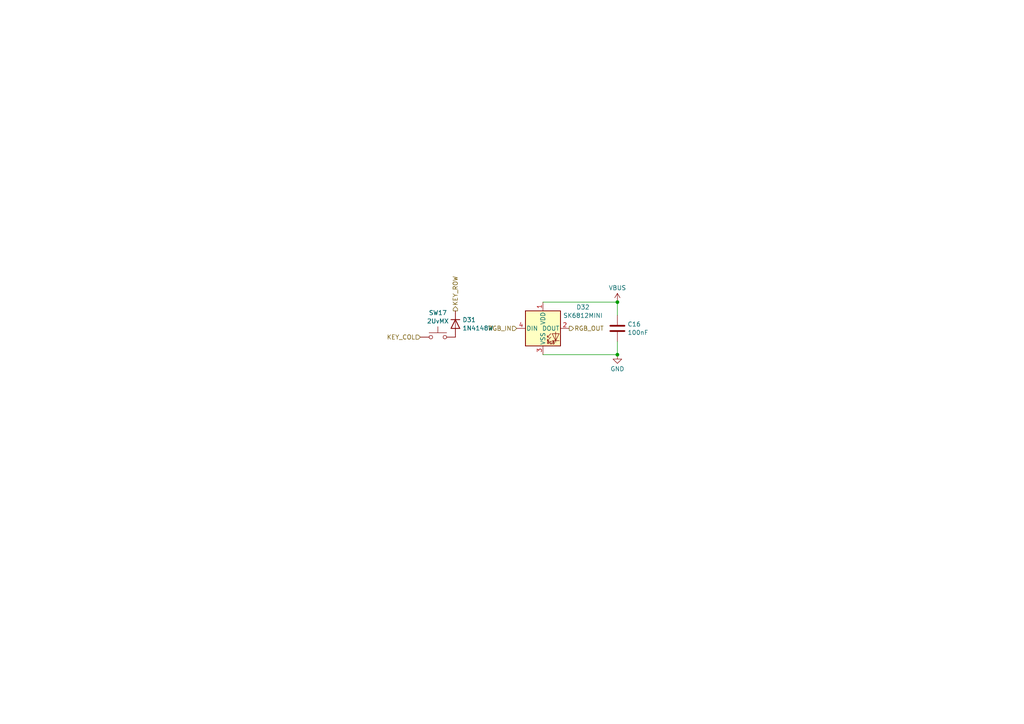
<source format=kicad_sch>
(kicad_sch (version 20231120) (generator "eeschema") (generator_version "8.0")
  (paper "A4")
  (lib_symbols
    (symbol "DecentUSB_Library:SK6812MINI" (pin_names (offset 0.254))
      (property "Reference" "D" (at 5.08 5.715 0))
      (property "Value" "SK6812MINI" (at 1.27 -5.715 0))
      (symbol "SK6812MINI_0_0"
        (text "RGB" (at 2.286 -4.191 0) (effects (font (size 0.762 0.762))))
      )
      (symbol "SK6812MINI_0_1"
        (polyline (pts (xy 1.27 -3.556) (xy 1.778 -3.556)))
        (polyline (pts (xy 1.27 -2.54) (xy 1.778 -2.54)))
        (polyline (pts (xy 4.699 -3.556) (xy 2.667 -3.556)))
        (polyline (pts (xy 2.286 -2.54) (xy 1.27 -3.556) (xy 1.27 -3.048)))
        (polyline (pts (xy 2.286 -1.524) (xy 1.27 -2.54) (xy 1.27 -2.032)))
        (polyline (pts (xy 3.683 -1.016) (xy 3.683 -3.556) (xy 3.683 -4.064)))
        (polyline (pts (xy 4.699 -1.524) (xy 2.667 -1.524) (xy 3.683 -3.556) (xy 4.699 -1.524)))
        (rectangle (start 5.08 5.08) (end -5.08 -5.08) (stroke (width 0.254)) (fill (type background)))
      )
      (symbol "SK6812MINI_1_1"
        (pin power_in line (at 0 7.62 270) (length 2.54) (name "VDD") (number "1"))
        (pin output line (at 7.62 0 180) (length 2.54) (name "DOUT") (number "2"))
        (pin power_in line (at 0 -7.62 90) (length 2.54) (name "VSS") (number "3"))
        (pin input line (at -7.62 0 0) (length 2.54) (name "DIN") (number "4"))
      )
    )
    (symbol "Device:C" (pin_numbers hide) (pin_names (offset 0.254))
      (property "Reference" "C" (at 0.635 2.54 0))
      (property "Value" "C" (at 0.635 -2.54 0))
      (symbol "C_0_1"
        (polyline (pts (xy -2.032 -0.762) (xy 2.032 -0.762)) (stroke (width 0.508)))
        (polyline (pts (xy -2.032 0.762) (xy 2.032 0.762)) (stroke (width 0.508)))
      )
      (symbol "C_1_1"
        (pin passive line (at 0 3.81 270) (length 2.794) (name "~") (number "1"))
        (pin passive line (at 0 -3.81 90) (length 2.794) (name "~") (number "2"))
      )
    )
    (symbol "Device:D" (pin_numbers hide) (pin_names (offset 1.016) hide)
      (property "Reference" "D" (at 0 2.54 0))
      (property "Value" "D" (at 0 -2.54 0))
      (symbol "D_0_1"
        (polyline (pts (xy -1.27 1.27) (xy -1.27 -1.27)) (stroke (width 0.254)))
        (polyline (pts (xy 1.27 0) (xy -1.27 0)))
        (polyline (pts (xy 1.27 1.27) (xy 1.27 -1.27) (xy -1.27 0) (xy 1.27 1.27)) (stroke (width 0.254)))
      )
      (symbol "D_1_1"
        (pin passive line (at -3.81 0 0) (length 2.54) (name "K") (number "1"))
        (pin passive line (at 3.81 0 180) (length 2.54) (name "A") (number "2"))
      )
    )
    (symbol "Switch:SW_Push" (pin_numbers hide) (pin_names (offset 1.016) hide)
      (property "Reference" "SW" (at 1.27 2.54 0))
      (property "Value" "SW_Push" (at 0 -1.524 0))
      (symbol "SW_Push_0_1"
        (circle (center -2.032 0) (radius 0.508))
        (polyline (pts (xy 0 1.27) (xy 0 3.048)))
        (polyline (pts (xy 2.54 1.27) (xy -2.54 1.27)))
        (circle (center 2.032 0) (radius 0.508))
        (pin passive line (at -5.08 0 0) (length 2.54) (name "1") (number "1"))
        (pin passive line (at 5.08 0 180) (length 2.54) (name "2") (number "2"))
      )
    )
    (symbol "power:GND" (power) (pin_numbers hide) (pin_names (offset 0) hide)
      (property "Value" "GND" (at 0 -3.81 0))
      (symbol "GND_0_1"
        (polyline (pts (xy 0 0) (xy 0 -1.27) (xy 1.27 -1.27) (xy 0 -2.54) (xy -1.27 -1.27) (xy 0 -1.27)))
      )
      (symbol "GND_1_1"
        (pin power_in line (at 0 0 270) (length 0) (name "~") (number "1"))
      )
    )
    (symbol "power:VBUS" (power) (pin_numbers hide) (pin_names (offset 0) hide)
      (property "Value" "VBUS" (at 0 3.556 0))
      (symbol "VBUS_0_1"
        (polyline (pts (xy -0.762 1.27) (xy 0 2.54)))
        (polyline (pts (xy 0 0) (xy 0 2.54)))
        (polyline (pts (xy 0 2.54) (xy 0.762 1.27)))
      )
      (symbol "VBUS_1_1"
        (pin power_in line (at 0 0 90) (length 0) (name "~") (number "1"))
      )
    )
  )
  (junction (at 179.07 87.63))
  (junction (at 179.07 102.87))
  (wire (pts (xy 179.07 102.87) (xy 157.48 102.87)))
  (wire (pts (xy 179.07 87.63) (xy 179.07 91.44)))
  (wire (pts (xy 157.48 87.63) (xy 179.07 87.63)))
  (wire (pts (xy 179.07 99.06) (xy 179.07 102.87)))
  (hierarchical_label "KEY_ROW" (shape output) (at 132.08 90.17 90))
  (hierarchical_label "KEY_COL" (shape input) (at 121.92 97.79 180))
  (hierarchical_label "RGB_OUT" (shape output) (at 165.1 95.25 0))
  (hierarchical_label "RGB_IN" (shape input) (at 149.86 95.25 180))
  (symbol (lib_id "Device:D") (at 132.08 93.98 270) (unit 1)
    (property "Reference" "D31" (at 134.112 92.7678 90) (effects (justify left)))
    (property "Value" "1N4148W" (at 134.112 95.1921 90) (effects (justify left)))
    (property "Footprint" "DecenTKL:D_SOD-123" (effects (hide yes)))
    (property "Description" "Diode" (effects (hide yes)))
    (property "Sim.Device" "D" (effects (hide yes)))
    (property "Sim.Pins" "1=K 2=A" (effects (hide yes)))
    (property "JLCPCB Part #" "C181134" (effects (hide yes)))
    (instances (project "DecentNumPad" (path "" (reference "D31") (unit 1)) (path "" (reference "D13") (unit 1))))
  )
  (symbol (lib_id "power:GND") (at 179.07 102.87 0) (unit 1)
    (property "Reference" "#PWR068" (effects (hide yes)))
    (property "Value" "GND" (at 179.07 107.0031 0))
    (property "Description" "Power symbol creates a global label with name \"GND\" , ground" (effects (hide yes)))
    (instances (project "" (path "" (reference "#PWR068") (unit 1)) (path "" (reference "#PWR061") (unit 1)) (path "" (reference "#PWR057") (unit 1)) (path "" (reference "#PWR062") (unit 1)) (path "" (reference "#PWR064") (unit 1)) (path "" (reference "#PWR058") (unit 1)) (path "" (reference "#PWR070") (unit 1)) (path "" (reference "#PWR063") (unit 1)) (path "" (reference "#PWR055") (unit 1)) (path "" (reference "#PWR066") (unit 1)) (path "" (reference "#PWR059") (unit 1)) (path "" (reference "#PWR071") (unit 1)) (path "" (reference "#PWR056") (unit 1)) (path "" (reference "#PWR069") (unit 1)) (path "" (reference "#PWR067") (unit 1)) (path "" (reference "#PWR060") (unit 1)) (path "" (reference "#PWR065") (unit 1))))
  )
  (symbol (lib_id "power:VBUS") (at 179.07 87.63 0) (unit 1)
    (property "Reference" "#PWR090" (effects (hide yes)))
    (property "Value" "VBUS" (at 179.07 83.4969 0))
    (property "Description" "Power symbol creates a global label with name \"VBUS\"" (effects (hide yes)))
    (instances (project "DecentNumPad" (path "" (reference "#PWR090") (unit 1)) (path "" (reference "#PWR081") (unit 1))))
  )
  (symbol (lib_id "Device:C") (at 179.07 95.25 0) (unit 1)
    (property "Reference" "C16" (at 181.991 94.0378 0) (effects (justify left)))
    (property "Value" "100nF" (at 181.991 96.4621 0) (effects (justify left)))
    (property "Footprint" "DecenTKL:C_0603_1608Metric" (effects (hide yes)))
    (property "Description" "Unpolarized capacitor" (effects (hide yes)))
    (property "JLCPCB Part #" "C14663" (effects (hide yes)))
    (instances (project "DecentNumPad" (path "" (reference "C16") (unit 1)) (path "" (reference "C7") (unit 1))))
  )
  (symbol (lib_id "Switch:SW_Push") (at 127 97.79 0) (unit 1)
    (property "Reference" "SW17" (at 127 90.7245 0))
    (property "Value" "2UvMX" (at 127 93.1488 0))
    (property "Footprint" "DecenTKL:Kailh_socket_MX_2-00U_V" (effects (hide yes)))
    (property "Description" "Push button switch, generic, two pins" (effects (hide yes)))
    (property "JLCPCB Part #" "C5156480" (effects (hide yes)))
    (property "JLCPCB Rotation Offset" "180" (effects (hide yes)))
    (property "JLCPCB Position Offset" "0.635,3.81" (effects (hide yes)))
    (property "JLCPCB Layer Override" "B.Cu" (effects (hide yes)))
    (instances (project "DecentNumPad" (path "" (reference "SW17") (unit 1)) (path "" (reference "SW8") (unit 1))))
  )
  (symbol (lib_id "DecentUSB_Library:SK6812MINI") (at 157.48 95.25 0) (unit 1)
    (property "Reference" "D32" (at 169.0877 89.105 0))
    (property "Value" "SK6812MINI" (at 169.0877 91.5293 0))
    (property "Footprint" "LED_SMD:LED_SK6812MINI_PLCC4_3.5x3.5mm_P1.75mm" (effects (hide yes)))
    (property "Datasheet" "https://cdn-shop.adafruit.com/product-files/2686/SK6812MINI_REV.01-1-2.pdf" (effects (hide yes)))
    (property "Description" "RGB LED with integrated controller" (effects (hide yes)))
    (property "JLCPCB Part #" "C5149201" (effects (hide yes)))
    (instances (project "" (path "" (reference "D32") (unit 1)) (path "" (reference "D18") (unit 1)) (path "" (reference "D10") (unit 1)) (path "" (reference "D20") (unit 1)) (path "" (reference "D24") (unit 1)) (path "" (reference "D12") (unit 1)) (path "" (reference "D4") (unit 1)) (path "" (reference "D36") (unit 1)) (path "" (reference "D2") (unit 1)) (path "" (reference "D22") (unit 1)) (path "" (reference "D6") (unit 1)) (path "" (reference "D28") (unit 1)) (path "" (reference "D14") (unit 1)) (path "" (reference "D38") (unit 1)) (path "" (reference "D8") (unit 1)) (path "" (reference "D34") (unit 1)) (path "" (reference "D30") (unit 1)) (path "" (reference "D16") (unit 1)) (path "" (reference "D26") (unit 1))))
  )
)
</source>
